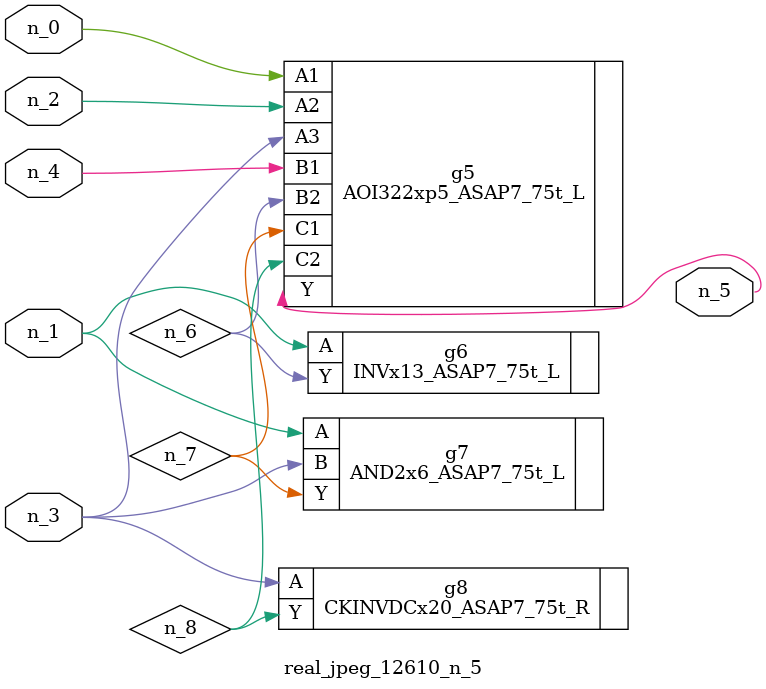
<source format=v>
module real_jpeg_12610_n_5 (n_4, n_0, n_1, n_2, n_3, n_5);

input n_4;
input n_0;
input n_1;
input n_2;
input n_3;

output n_5;

wire n_8;
wire n_6;
wire n_7;

AOI322xp5_ASAP7_75t_L g5 ( 
.A1(n_0),
.A2(n_2),
.A3(n_3),
.B1(n_4),
.B2(n_6),
.C1(n_7),
.C2(n_8),
.Y(n_5)
);

INVx13_ASAP7_75t_L g6 ( 
.A(n_1),
.Y(n_6)
);

AND2x6_ASAP7_75t_L g7 ( 
.A(n_1),
.B(n_3),
.Y(n_7)
);

CKINVDCx20_ASAP7_75t_R g8 ( 
.A(n_3),
.Y(n_8)
);


endmodule
</source>
